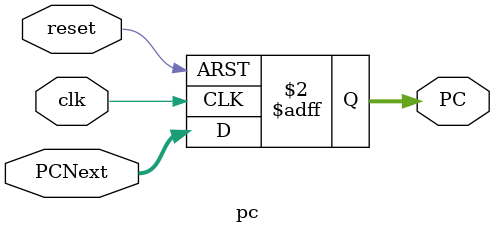
<source format=v>
module pc (
    input clk, reset,
    input [31:0] PCNext,
    output reg [31:0] PC
);

always @(posedge clk or posedge reset) begin
    if (reset)
        PC <= 32'b0;
    else
        PC <= PCNext;
end

endmodule
</source>
